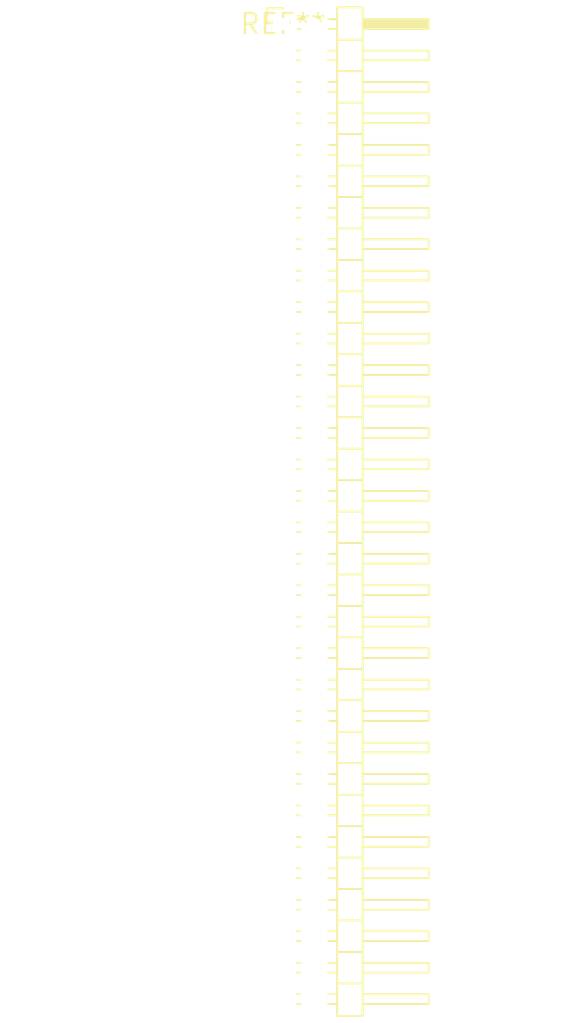
<source format=kicad_pcb>
(kicad_pcb (version 20240108) (generator pcbnew)
  (layers (0 "F.Cu" signal) (31 "B.Cu" signal) (34 "B.Paste" user) (35 "F.Paste" user) (36 "B.SilkS" user "B.Silkscreen") (37 "F.SilkS" user "F.Silkscreen") (38 "B.Mask" user) (39 "F.Mask" user) (44 "Edge.Cuts" user))
  (net 0 "")
  (footprint "PinHeader_2x32_P2.00mm_Horizontal" (layer "F.Cu") (at 0 0)
    (property "Reference" "REF**")
    (property "Value" "PinHeader_2x32_P2.00mm_Horizontal")
    (fp_line (start -1 -1) (end 0 -1) (layer "F.SilkS") (stroke (width 0.12)))
    (fp_line (start -1 0) (end -1 -1) (layer "F.SilkS") (stroke (width 0.12)))
    (fp_line (start 0.882114 1.69) (end 1.117886 1.69) (layer "F.SilkS") (stroke (width 0.12)))
    (fp_line (start 0.882114 2.31) (end 1.117886 2.31) (layer "F.SilkS") (stroke (width 0.12)))
    (fp_line (start 0.882114 3.69) (end 1.117886 3.69) (layer "F.SilkS") (stroke (width 0.12)))
    (fp_line (start 0.882114 4.31) (end 1.117886 4.31) (layer "F.SilkS") (stroke (width 0.12)))
    (fp_line (start 0.882114 5.69) (end 1.117886 5.69) (layer "F.SilkS") (stroke (width 0.12)))
    (fp_line (start 0.882114 6.31) (end 1.117886 6.31) (layer "F.SilkS") (stroke (width 0.12)))
    (fp_line (start 0.882114 7.69) (end 1.117886 7.69) (layer "F.SilkS") (stroke (width 0.12)))
    (fp_line (start 0.882114 8.31) (end 1.117886 8.31) (layer "F.SilkS") (stroke (width 0.12)))
    (fp_line (start 0.882114 9.69) (end 1.117886 9.69) (layer "F.SilkS") (stroke (width 0.12)))
    (fp_line (start 0.882114 10.31) (end 1.117886 10.31) (layer "F.SilkS") (stroke (width 0.12)))
    (fp_line (start 0.882114 11.69) (end 1.117886 11.69) (layer "F.SilkS") (stroke (width 0.12)))
    (fp_line (start 0.882114 12.31) (end 1.117886 12.31) (layer "F.SilkS") (stroke (width 0.12)))
    (fp_line (start 0.882114 13.69) (end 1.117886 13.69) (layer "F.SilkS") (stroke (width 0.12)))
    (fp_line (start 0.882114 14.31) (end 1.117886 14.31) (layer "F.SilkS") (stroke (width 0.12)))
    (fp_line (start 0.882114 15.69) (end 1.117886 15.69) (layer "F.SilkS") (stroke (width 0.12)))
    (fp_line (start 0.882114 16.31) (end 1.117886 16.31) (layer "F.SilkS") (stroke (width 0.12)))
    (fp_line (start 0.882114 17.69) (end 1.117886 17.69) (layer "F.SilkS") (stroke (width 0.12)))
    (fp_line (start 0.882114 18.31) (end 1.117886 18.31) (layer "F.SilkS") (stroke (width 0.12)))
    (fp_line (start 0.882114 19.69) (end 1.117886 19.69) (layer "F.SilkS") (stroke (width 0.12)))
    (fp_line (start 0.882114 20.31) (end 1.117886 20.31) (layer "F.SilkS") (stroke (width 0.12)))
    (fp_line (start 0.882114 21.69) (end 1.117886 21.69) (layer "F.SilkS") (stroke (width 0.12)))
    (fp_line (start 0.882114 22.31) (end 1.117886 22.31) (layer "F.SilkS") (stroke (width 0.12)))
    (fp_line (start 0.882114 23.69) (end 1.117886 23.69) (layer "F.SilkS") (stroke (width 0.12)))
    (fp_line (start 0.882114 24.31) (end 1.117886 24.31) (layer "F.SilkS") (stroke (width 0.12)))
    (fp_line (start 0.882114 25.69) (end 1.117886 25.69) (layer "F.SilkS") (stroke (width 0.12)))
    (fp_line (start 0.882114 26.31) (end 1.117886 26.31) (layer "F.SilkS") (stroke (width 0.12)))
    (fp_line (start 0.882114 27.69) (end 1.117886 27.69) (layer "F.SilkS") (stroke (width 0.12)))
    (fp_line (start 0.882114 28.31) (end 1.117886 28.31) (layer "F.SilkS") (stroke (width 0.12)))
    (fp_line (start 0.882114 29.69) (end 1.117886 29.69) (layer "F.SilkS") (stroke (width 0.12)))
    (fp_line (start 0.882114 30.31) (end 1.117886 30.31) (layer "F.SilkS") (stroke (width 0.12)))
    (fp_line (start 0.882114 31.69) (end 1.117886 31.69) (layer "F.SilkS") (stroke (width 0.12)))
    (fp_line (start 0.882114 32.31) (end 1.117886 32.31) (layer "F.SilkS") (stroke (width 0.12)))
    (fp_line (start 0.882114 33.69) (end 1.117886 33.69) (layer "F.SilkS") (stroke (width 0.12)))
    (fp_line (start 0.882114 34.31) (end 1.117886 34.31) (layer "F.SilkS") (stroke (width 0.12)))
    (fp_line (start 0.882114 35.69) (end 1.117886 35.69) (layer "F.SilkS") (stroke (width 0.12)))
    (fp_line (start 0.882114 36.31) (end 1.117886 36.31) (layer "F.SilkS") (stroke (width 0.12)))
    (fp_line (start 0.882114 37.69) (end 1.117886 37.69) (layer "F.SilkS") (stroke (width 0.12)))
    (fp_line (start 0.882114 38.31) (end 1.117886 38.31) (layer "F.SilkS") (stroke (width 0.12)))
    (fp_line (start 0.882114 39.69) (end 1.117886 39.69) (layer "F.SilkS") (stroke (width 0.12)))
    (fp_line (start 0.882114 40.31) (end 1.117886 40.31) (layer "F.SilkS") (stroke (width 0.12)))
    (fp_line (start 0.882114 41.69) (end 1.117886 41.69) (layer "F.SilkS") (stroke (width 0.12)))
    (fp_line (start 0.882114 42.31) (end 1.117886 42.31) (layer "F.SilkS") (stroke (width 0.12)))
    (fp_line (start 0.882114 43.69) (end 1.117886 43.69) (layer "F.SilkS") (stroke (width 0.12)))
    (fp_line (start 0.882114 44.31) (end 1.117886 44.31) (layer "F.SilkS") (stroke (width 0.12)))
    (fp_line (start 0.882114 45.69) (end 1.117886 45.69) (layer "F.SilkS") (stroke (width 0.12)))
    (fp_line (start 0.882114 46.31) (end 1.117886 46.31) (layer "F.SilkS") (stroke (width 0.12)))
    (fp_line (start 0.882114 47.69) (end 1.117886 47.69) (layer "F.SilkS") (stroke (width 0.12)))
    (fp_line (start 0.882114 48.31) (end 1.117886 48.31) (layer "F.SilkS") (stroke (width 0.12)))
    (fp_line (start 0.882114 49.69) (end 1.117886 49.69) (layer "F.SilkS") (stroke (width 0.12)))
    (fp_line (start 0.882114 50.31) (end 1.117886 50.31) (layer "F.SilkS") (stroke (width 0.12)))
    (fp_line (start 0.882114 51.69) (end 1.117886 51.69) (layer "F.SilkS") (stroke (width 0.12)))
    (fp_line (start 0.882114 52.31) (end 1.117886 52.31) (layer "F.SilkS") (stroke (width 0.12)))
    (fp_line (start 0.882114 53.69) (end 1.117886 53.69) (layer "F.SilkS") (stroke (width 0.12)))
    (fp_line (start 0.882114 54.31) (end 1.117886 54.31) (layer "F.SilkS") (stroke (width 0.12)))
    (fp_line (start 0.882114 55.69) (end 1.117886 55.69) (layer "F.SilkS") (stroke (width 0.12)))
    (fp_line (start 0.882114 56.31) (end 1.117886 56.31) (layer "F.SilkS") (stroke (width 0.12)))
    (fp_line (start 0.882114 57.69) (end 1.117886 57.69) (layer "F.SilkS") (stroke (width 0.12)))
    (fp_line (start 0.882114 58.31) (end 1.117886 58.31) (layer "F.SilkS") (stroke (width 0.12)))
    (fp_line (start 0.882114 59.69) (end 1.117886 59.69) (layer "F.SilkS") (stroke (width 0.12)))
    (fp_line (start 0.882114 60.31) (end 1.117886 60.31) (layer "F.SilkS") (stroke (width 0.12)))
    (fp_line (start 0.882114 61.69) (end 1.117886 61.69) (layer "F.SilkS") (stroke (width 0.12)))
    (fp_line (start 0.882114 62.31) (end 1.117886 62.31) (layer "F.SilkS") (stroke (width 0.12)))
    (fp_line (start 0.935 -0.31) (end 1.117886 -0.31) (layer "F.SilkS") (stroke (width 0.12)))
    (fp_line (start 0.935 0.31) (end 1.117886 0.31) (layer "F.SilkS") (stroke (width 0.12)))
    (fp_line (start 2.882114 -0.31) (end 3.44 -0.31) (layer "F.SilkS") (stroke (width 0.12)))
    (fp_line (start 2.882114 0.31) (end 3.44 0.31) (layer "F.SilkS") (stroke (width 0.12)))
    (fp_line (start 2.882114 1.69) (end 3.44 1.69) (layer "F.SilkS") (stroke (width 0.12)))
    (fp_line (start 2.882114 2.31) (end 3.44 2.31) (layer "F.SilkS") (stroke (width 0.12)))
    (fp_line (start 2.882114 3.69) (end 3.44 3.69) (layer "F.SilkS") (stroke (width 0.12)))
    (fp_line (start 2.882114 4.31) (end 3.44 4.31) (layer "F.SilkS") (stroke (width 0.12)))
    (fp_line (start 2.882114 5.69) (end 3.44 5.69) (layer "F.SilkS") (stroke (width 0.12)))
    (fp_line (start 2.882114 6.31) (end 3.44 6.31) (layer "F.SilkS") (stroke (width 0.12)))
    (fp_line (start 2.882114 7.69) (end 3.44 7.69) (layer "F.SilkS") (stroke (width 0.12)))
    (fp_line (start 2.882114 8.31) (end 3.44 8.31) (layer "F.SilkS") (stroke (width 0.12)))
    (fp_line (start 2.882114 9.69) (end 3.44 9.69) (layer "F.SilkS") (stroke (width 0.12)))
    (fp_line (start 2.882114 10.31) (end 3.44 10.31) (layer "F.SilkS") (stroke (width 0.12)))
    (fp_line (start 2.882114 11.69) (end 3.44 11.69) (layer "F.SilkS") (stroke (width 0.12)))
    (fp_line (start 2.882114 12.31) (end 3.44 12.31) (layer "F.SilkS") (stroke (width 0.12)))
    (fp_line (start 2.882114 13.69) (end 3.44 13.69) (layer "F.SilkS") (stroke (width 0.12)))
    (fp_line (start 2.882114 14.31) (end 3.44 14.31) (layer "F.SilkS") (stroke (width 0.12)))
    (fp_line (start 2.882114 15.69) (end 3.44 15.69) (layer "F.SilkS") (stroke (width 0.12)))
    (fp_line (start 2.882114 16.31) (end 3.44 16.31) (layer "F.SilkS") (stroke (width 0.12)))
    (fp_line (start 2.882114 17.69) (end 3.44 17.69) (layer "F.SilkS") (stroke (width 0.12)))
    (fp_line (start 2.882114 18.31) (end 3.44 18.31) (layer "F.SilkS") (stroke (width 0.12)))
    (fp_line (start 2.882114 19.69) (end 3.44 19.69) (layer "F.SilkS") (stroke (width 0.12)))
    (fp_line (start 2.882114 20.31) (end 3.44 20.31) (layer "F.SilkS") (stroke (width 0.12)))
    (fp_line (start 2.882114 21.69) (end 3.44 21.69) (layer "F.SilkS") (stroke (width 0.12)))
    (fp_line (start 2.882114 22.31) (end 3.44 22.31) (layer "F.SilkS") (stroke (width 0.12)))
    (fp_line (start 2.882114 23.69) (end 3.44 23.69) (layer "F.SilkS") (stroke (width 0.12)))
    (fp_line (start 2.882114 24.31) (end 3.44 24.31) (layer "F.SilkS") (stroke (width 0.12)))
    (fp_line (start 2.882114 25.69) (end 3.44 25.69) (layer "F.SilkS") (stroke (width 0.12)))
    (fp_line (start 2.882114 26.31) (end 3.44 26.31) (layer "F.SilkS") (stroke (width 0.12)))
    (fp_line (start 2.882114 27.69) (end 3.44 27.69) (layer "F.SilkS") (stroke (width 0.12)))
    (fp_line (start 2.882114 28.31) (end 3.44 28.31) (layer "F.SilkS") (stroke (width 0.12)))
    (fp_line (start 2.882114 29.69) (end 3.44 29.69) (layer "F.SilkS") (stroke (width 0.12)))
    (fp_line (start 2.882114 30.31) (end 3.44 30.31) (layer "F.SilkS") (stroke (width 0.12)))
    (fp_line (start 2.882114 31.69) (end 3.44 31.69) (layer "F.SilkS") (stroke (width 0.12)))
    (fp_line (start 2.882114 32.31) (end 3.44 32.31) (layer "F.SilkS") (stroke (width 0.12)))
    (fp_line (start 2.882114 33.69) (end 3.44 33.69) (layer "F.SilkS") (stroke (width 0.12)))
    (fp_line (start 2.882114 34.31) (end 3.44 34.31) (layer "F.SilkS") (stroke (width 0.12)))
    (fp_line (start 2.882114 35.69) (end 3.44 35.69) (layer "F.SilkS") (stroke (width 0.12)))
    (fp_line (start 2.882114 36.31) (end 3.44 36.31) (layer "F.SilkS") (stroke (width 0.12)))
    (fp_line (start 2.882114 37.69) (end 3.44 37.69) (layer "F.SilkS") (stroke (width 0.12)))
    (fp_line (start 2.882114 38.31) (end 3.44 38.31) (layer "F.SilkS") (stroke (width 0.12)))
    (fp_line (start 2.882114 39.69) (end 3.44 39.69) (layer "F.SilkS") (stroke (width 0.12)))
    (fp_line (start 2.882114 40.31) (end 3.44 40.31) (layer "F.SilkS") (stroke (width 0.12)))
    (fp_line (start 2.882114 41.69) (end 3.44 41.69) (layer "F.SilkS") (stroke (width 0.12)))
    (fp_line (start 2.882114 42.31) (end 3.44 42.31) (layer "F.SilkS") (stroke (width 0.12)))
    (fp_line (start 2.882114 43.69) (end 3.44 43.69) (layer "F.SilkS") (stroke (width 0.12)))
    (fp_line (start 2.882114 44.31) (end 3.44 44.31) (layer "F.SilkS") (stroke (width 0.12)))
    (fp_line (start 2.882114 45.69) (end 3.44 45.69) (layer "F.SilkS") (stroke (width 0.12)))
    (fp_line (start 2.882114 46.31) (end 3.44 46.31) (layer "F.SilkS") (stroke (width 0.12)))
    (fp_line (start 2.882114 47.69) (end 3.44 47.69) (layer "F.SilkS") (stroke (width 0.12)))
    (fp_line (start 2.882114 48.31) (end 3.44 48.31) (layer "F.SilkS") (stroke (width 0.12)))
    (fp_line (start 2.882114 49.69) (end 3.44 49.69) (layer "F.SilkS") (stroke (width 0.12)))
    (fp_line (start 2.882114 50.31) (end 3.44 50.31) (layer "F.SilkS") (stroke (width 0.12)))
    (fp_line (start 2.882114 51.69) (end 3.44 51.69) (layer "F.SilkS") (stroke (width 0.12)))
    (fp_line (start 2.882114 52.31) (end 3.44 52.31) (layer "F.SilkS") (stroke (width 0.12)))
    (fp_line (start 2.882114 53.69) (end 3.44 53.69) (layer "F.SilkS") (stroke (width 0.12)))
    (fp_line (start 2.882114 54.31) (end 3.44 54.31) (layer "F.SilkS") (stroke (width 0.12)))
    (fp_line (start 2.882114 55.69) (end 3.44 55.69) (layer "F.SilkS") (stroke (width 0.12)))
    (fp_line (start 2.882114 56.31) (end 3.44 56.31) (layer "F.SilkS") (stroke (width 0.12)))
    (fp_line (start 2.882114 57.69) (end 3.44 57.69) (layer "F.SilkS") (stroke (width 0.12)))
    (fp_line (start 2.882114 58.31) (end 3.44 58.31) (layer "F.SilkS") (stroke (width 0.12)))
    (fp_line (start 2.882114 59.69) (end 3.44 59.69) (layer "F.SilkS") (stroke (width 0.12)))
    (fp_line (start 2.882114 60.31) (end 3.44 60.31) (layer "F.SilkS") (stroke (width 0.12)))
    (fp_line (start 2.882114 61.69) (end 3.44 61.69) (layer "F.SilkS") (stroke (width 0.12)))
    (fp_line (start 2.882114 62.31) (end 3.44 62.31) (layer "F.SilkS") (stroke (width 0.12)))
    (fp_line (start 3.44 -1.06) (end 3.44 63.06) (layer "F.SilkS") (stroke (width 0.12)))
    (fp_line (start 3.44 1) (end 5.06 1) (layer "F.SilkS") (stroke (width 0.12)))
    (fp_line (start 3.44 3) (end 5.06 3) (layer "F.SilkS") (stroke (width 0.12)))
    (fp_line (start 3.44 5) (end 5.06 5) (layer "F.SilkS") (stroke (width 0.12)))
    (fp_line (start 3.44 7) (end 5.06 7) (layer "F.SilkS") (stroke (width 0.12)))
    (fp_line (start 3.44 9) (end 5.06 9) (layer "F.SilkS") (stroke (width 0.12)))
    (fp_line (start 3.44 11) (end 5.06 11) (layer "F.SilkS") (stroke (width 0.12)))
    (fp_line (start 3.44 13) (end 5.06 13) (layer "F.SilkS") (stroke (width 0.12)))
    (fp_line (start 3.44 15) (end 5.06 15) (layer "F.SilkS") (stroke (width 0.12)))
    (fp_line (start 3.44 17) (end 5.06 17) (layer "F.SilkS") (stroke (width 0.12)))
    (fp_line (start 3.44 19) (end 5.06 19) (layer "F.SilkS") (stroke (width 0.12)))
    (fp_line (start 3.44 21) (end 5.06 21) (layer "F.SilkS") (stroke (width 0.12)))
    (fp_line (start 3.44 23) (end 5.06 23) (layer "F.SilkS") (stroke (width 0.12)))
    (fp_line (start 3.44 25) (end 5.06 25) (layer "F.SilkS") (stroke (width 0.12)))
    (fp_line (start 3.44 27) (end 5.06 27) (layer "F.SilkS") (stroke (width 0.12)))
    (fp_line (start 3.44 29) (end 5.06 29) (layer "F.SilkS") (stroke (width 0.12)))
    (fp_line (start 3.44 31) (end 5.06 31) (layer "F.SilkS") (stroke (width 0.12)))
    (fp_line (start 3.44 33) (end 5.06 33) (layer "F.SilkS") (stroke (width 0.12)))
    (fp_line (start 3.44 35) (end 5.06 35) (layer "F.SilkS") (stroke (width 0.12)))
    (fp_line (start 3.44 37) (end 5.06 37) (layer "F.SilkS") (stroke (width 0.12)))
    (fp_line (start 3.44 39) (end 5.06 39) (layer "F.SilkS") (stroke (width 0.12)))
    (fp_line (start 3.44 41) (end 5.06 41) (layer "F.SilkS") (stroke (width 0.12)))
    (fp_line (start 3.44 43) (end 5.06 43) (layer "F.SilkS") (stroke (width 0.12)))
    (fp_line (start 3.44 45) (end 5.06 45) (layer "F.SilkS") (stroke (width 0.12)))
    (fp_line (start 3.44 47) (end 5.06 47) (layer "F.SilkS") (stroke (width 0.12)))
    (fp_line (start 3.44 49) (end 5.06 49) (layer "F.SilkS") (stroke (width 0.12)))
    (fp_line (start 3.44 51) (end 5.06 51) (layer "F.SilkS") (stroke (width 0.12)))
    (fp_line (start 3.44 53) (end 5.06 53) (layer "F.SilkS") (stroke (width 0.12)))
    (fp_line (start 3.44 55) (end 5.06 55) (layer "F.SilkS") (stroke (width 0.12)))
    (fp_line (start 3.44 57) (end 5.06 57) (layer "F.SilkS") (stroke (width 0.12)))
    (fp_line (start 3.44 59) (end 5.06 59) (layer "F.SilkS") (stroke (width 0.12)))
    (fp_line (start 3.44 61) (end 5.06 61) (layer "F.SilkS") (stroke (width 0.12)))
    (fp_line (start 3.44 63.06) (end 5.06 63.06) (layer "F.SilkS") (stroke (width 0.12)))
    (fp_line (start 5.06 -1.06) (end 3.44 -1.06) (layer "F.SilkS") (stroke (width 0.12)))
    (fp_line (start 5.06 -0.31) (end 9.26 -0.31) (layer "F.SilkS") (stroke (width 0.12)))
    (fp_line (start 5.06 -0.25) (end 9.26 -0.25) (layer "F.SilkS") (stroke (width 0.12)))
    (fp_line (start 5.06 -0.13) (end 9.26 -0.13) (layer "F.SilkS") (stroke (width 0.12)))
    (fp_line (start 5.06 -0.01) (end 9.26 -0.01) (layer "F.SilkS") (stroke (width 0.12)))
    (fp_line (start 5.06 0.11) (end 9.26 0.11) (layer "F.SilkS") (stroke (width 0.12)))
    (fp_line (start 5.06 0.23) (end 9.26 0.23) (layer "F.SilkS") (stroke (width 0.12)))
    (fp_line (start 5.06 1.69) (end 9.26 1.69) (layer "F.SilkS") (stroke (width 0.12)))
    (fp_line (start 5.06 3.69) (end 9.26 3.69) (layer "F.SilkS") (stroke (width 0.12)))
    (fp_line (start 5.06 5.69) (end 9.26 5.69) (layer "F.SilkS") (stroke (width 0.12)))
    (fp_line (start 5.06 7.69) (end 9.26 7.69) (layer "F.SilkS") (stroke (width 0.12)))
    (fp_line (start 5.06 9.69) (end 9.26 9.69) (layer "F.SilkS") (stroke (width 0.12)))
    (fp_line (start 5.06 11.69) (end 9.26 11.69) (layer "F.SilkS") (stroke (width 0.12)))
    (fp_line (start 5.06 13.69) (end 9.26 13.69) (layer "F.SilkS") (stroke (width 0.12)))
    (fp_line (start 5.06 15.69) (end 9.26 15.69) (layer "F.SilkS") (stroke (width 0.12)))
    (fp_line (start 5.06 17.69) (end 9.26 17.69) (layer "F.SilkS") (stroke (width 0.12)))
    (fp_line (start 5.06 19.69) (end 9.26 19.69) (layer "F.SilkS") (stroke (width 0.12)))
    (fp_line (start 5.06 21.69) (end 9.26 21.69) (layer "F.SilkS") (stroke (width 0.12)))
    (fp_line (start 5.06 23.69) (end 9.26 23.69) (layer "F.SilkS") (stroke (width 0.12)))
    (fp_line (start 5.06 25.69) (end 9.26 25.69) (layer "F.SilkS") (stroke (width 0.12)))
    (fp_line (start 5.06 27.69) (end 9.26 27.69) (layer "F.SilkS") (stroke (width 0.12)))
    (fp_line (start 5.06 29.69) (end 9.26 29.69) (layer "F.SilkS") (stroke (width 0.12)))
    (fp_line (start 5.06 31.69) (end 9.26 31.69) (layer "F.SilkS") (stroke (width 0.12)))
    (fp_line (start 5.06 33.69) (end 9.26 33.69) (layer "F.SilkS") (stroke (width 0.12)))
    (fp_line (start 5.06 35.69) (end 9.26 35.69) (layer "F.SilkS") (stroke (width 0.12)))
    (fp_line (start 5.06 37.69) (end 9.26 37.69) (layer "F.SilkS") (stroke (width 0.12)))
    (fp_line (start 5.06 39.69) (end 9.26 39.69) (layer "F.SilkS") (stroke (width 0.12)))
    (fp_line (start 5.06 41.69) (end 9.26 41.69) (layer "F.SilkS") (stroke (width 0.12)))
    (fp_line (start 5.06 43.69) (end 9.26 43.69) (layer "F.SilkS") (stroke (width 0.12)))
    (fp_line (start 5.06 45.69) (end 9.26 45.69) (layer "F.SilkS") (stroke (width 0.12)))
    (fp_line (start 5.06 47.69) (end 9.26 47.69) (layer "F.SilkS") (stroke (width 0.12)))
    (fp_line (start 5.06 49.69) (end 9.26 49.69) (layer "F.SilkS") (stroke (width 0.12)))
    (fp_line (start 5.06 51.69) (end 9.26 51.69) (layer "F.SilkS") (stroke (width 0.12)))
    (fp_line (start 5.06 53.69) (end 9.26 53.69) (layer "F.SilkS") (stroke (width 0.12)))
    (fp_line (start 5.06 55.69) (end 9.26 55.69) (layer "F.SilkS") (stroke (width 0.12)))
    (fp_line (start 5.06 57.69) (end 9.26 57.69) (layer "F.SilkS") (stroke (width 0.12)))
    (fp_line (start 5.06 59.69) (end 9.26 59.69) (layer "F.SilkS") (stroke (width 0.12)))
    (fp_line (start 5.06 61.69) (end 9.26 61.69) (layer "F.SilkS") (stroke (width 0.12)))
    (fp_line (start 5.06 63.06) (end 5.06 -1.06) (layer "F.SilkS") (stroke (width 0.12)))
    (fp_line (start 9.26 -0.31) (end 9.26 0.31) (layer "F.SilkS") (stroke (width 0.12)))
    (fp_line (start 9.26 0.31) (end 5.06 0.31) (layer "F.SilkS") (stroke (width 0.12)))
    (fp_line (start 9.26 1.69) (end 9.26 2.31) (layer "F.SilkS") (stroke (width 0.12)))
    (fp_line (start 9.26 2.31) (end 5.06 2.31) (layer "F.SilkS") (stroke (width 0.12)))
    (fp_line (start 9.26 3.69) (end 9.26 4.31) (layer "F.SilkS") (stroke (width 0.12)))
    (fp_line (start 9.26 4.31) (end 5.06 4.31) (layer "F.SilkS") (stroke (width 0.12)))
    (fp_line (start 9.26 5.69) (end 9.26 6.31) (layer "F.SilkS") (stroke (width 0.12)))
    (fp_line (start 9.26 6.31) (end 5.06 6.31) (layer "F.SilkS") (stroke (width 0.12)))
    (fp_line (start 9.26 7.69) (end 9.26 8.31) (layer "F.SilkS") (stroke (width 0.12)))
    (fp_line (start 9.26 8.31) (end 5.06 8.31) (layer "F.SilkS") (stroke (width 0.12)))
    (fp_line (start 9.26 9.69) (end 9.26 10.31) (layer "F.SilkS") (stroke (width 0.12)))
    (fp_line (start 9.26 10.31) (end 5.06 10.31) (layer "F.SilkS") (stroke (width 0.12)))
    (fp_line (start 9.26 11.69) (end 9.26 12.31) (layer "F.SilkS") (stroke (width 0.12)))
    (fp_line (start 9.26 12.31) (end 5.06 12.31) (layer "F.SilkS") (stroke (width 0.12)))
    (fp_line (start 9.26 13.69) (end 9.26 14.31) (layer "F.SilkS") (stroke (width 0.12)))
    (fp_line (start 9.26 14.31) (end 5.06 14.31) (layer "F.SilkS") (stroke (width 0.12)))
    (fp_line (start 9.26 15.69) (end 9.26 16.31) (layer "F.SilkS") (stroke (width 0.12)))
    (fp_line (start 9.26 16.31) (end 5.06 16.31) (layer "F.SilkS") (stroke (width 0.12)))
    (fp_line (start 9.26 17.69) (end 9.26 18.31) (layer "F.SilkS") (stroke (width 0.12)))
    (fp_line (start 9.26 18.31) (end 5.06 18.31) (layer "F.SilkS") (stroke (width 0.12)))
    (fp_line (start 9.26 19.69) (end 9.26 20.31) (layer "F.SilkS") (stroke (width 0.12)))
    (fp_line (start 9.26 20.31) (end 5.06 20.31) (layer "F.SilkS") (stroke (width 0.12)))
    (fp_line (start 9.26 21.69) (end 9.26 22.31) (layer "F.SilkS") (stroke (width 0.12)))
    (fp_line (start 9.26 22.31) (end 5.06 22.31) (layer "F.SilkS") (stroke (width 0.12)))
    (fp_line (start 9.26 23.69) (end 9.26 24.31) (layer "F.SilkS") (stroke (width 0.12)))
    (fp_line (start 9.26 24.31) (end 5.06 24.31) (layer "F.SilkS") (stroke (width 0.12)))
    (fp_line (start 9.26 25.69) (end 9.26 26.31) (layer "F.SilkS") (stroke (width 0.12)))
    (fp_line (start 9.26 26.31) (end 5.06 26.31) (layer "F.SilkS") (stroke (width 0.12)))
    (fp_line (start 9.26 27.69) (end 9.26 28.31) (layer "F.SilkS") (stroke (width 0.12)))
    (fp_line (start 9.26 28.31) (end 5.06 28.31) (layer "F.SilkS") (stroke (width 0.12)))
    (fp_line (start 9.26 29.69) (end 9.26 30.31) (layer "F.SilkS") (stroke (width 0.12)))
    (fp_line (start 9.26 30.31) (end 5.06 30.31) (layer "F.SilkS") (stroke (width 0.12)))
    (fp_line (start 9.26 31.69) (end 9.26 32.31) (layer "F.SilkS") (stroke (width 0.12)))
    (fp_line (start 9.26 32.31) (end 5.06 32.31) (layer "F.SilkS") (stroke (width 0.12)))
    (fp_line (start 9.26 33.69) (end 9.26 34.31) (layer "F.SilkS") (stroke (width 0.12)))
    (fp_line (start 9.26 34.31) (end 5.06 34.31) (layer "F.SilkS") (stroke (width 0.12)))
    (fp_line (start 9.26 35.69) (end 9.26 36.31) (layer "F.SilkS") (stroke (width 0.12)))
    (fp_line (start 9.26 36.31) (end 5.06 36.31) (layer "F.SilkS") (stroke (width 0.12)))
    (fp_line (start 9.26 37.69) (end 9.26 38.31) (layer "F.SilkS") (stroke (width 0.12)))
    (fp_line (start 9.26 38.31) (end 5.06 38.31) (layer "F.SilkS") (stroke (width 0.12)))
    (fp_line (start 9.26 39.69) (end 9.26 40.31) (layer "F.SilkS") (stroke (width 0.12)))
    (fp_line (start 9.26 40.31) (end 5.06 40.31) (layer "F.SilkS") (stroke (width 0.12)))
    (fp_line (start 9.26 41.69) (end 9.26 42.31) (layer "F.SilkS") (stroke (width 0.12)))
    (fp_line (start 9.26 42.31) (end 5.06 42.31) (layer "F.SilkS") (stroke (width 0.12)))
    (fp_line (start 9.26 43.69) (end 9.26 44.31) (layer "F.SilkS") (stroke (width 0.12)))
    (fp_line (start 9.26 44.31) (end 5.06 44.31) (layer "F.SilkS") (stroke (width 0.12)))
    (fp_line (start 9.26 45.69) (end 9.26 46.31) (layer "F.SilkS") (stroke (width 0.12)))
    (fp_line (start 9.26 46.31) (end 5.06 46.31) (layer "F.SilkS") (stroke (width 0.12)))
    (fp_line (start 9.26 47.69) (end 9.26 48.31) (layer "F.SilkS") (stroke (width 0.12)))
    (fp_line (start 9.26 48.31) (end 5.06 48.31) (layer "F.SilkS") (stroke (width 0.12)))
    (fp_line (start 9.26 49.69) (end 9.26 50.31) (layer "F.SilkS") (stroke (width 0.12)))
    (fp_line (start 9.26 50.31) (end 5.06 50.31) (layer "F.SilkS") (stroke (width 0.12)))
    (fp_line (start 9.26 51.69) (end 9.26 52.31) (layer "F.SilkS") (stroke (width 0.12)))
    (fp_line (start 9.26 52.31) (end 5.06 52.31) (layer "F.SilkS") (stroke (width 0.12)))
    (fp_line (start 9.26 53.69) (end 9.26 54.31) (layer "F.SilkS") (stroke (width 0.12)))
    (fp_line (start 9.26 54.31) (end 5.06 54.31) (layer "F.SilkS") (stroke (width 0.12)))
    (fp_line (start 9.26 55.69) (end 9.26 56.31) (layer "F.SilkS") (stroke (width 0.12)))
    (fp_line (start 9.26 56.31) (end 5.06 56.31) (layer "F.SilkS") (stroke (width 0.12)))
    (fp_line (start 9.26 57.69) (end 9.26 58.31) (layer "F.SilkS") (stroke (width 0.12)))
    (fp_line (start 9.26 58.31) (end 5.06 58.31) (layer "F.SilkS") (stroke (width 0.12)))
    (fp_line (start 9.26 59.69) (end 9.26 60.31) (layer "F.SilkS") (stroke (width 0.12)))
    (fp_line (start 9.26 60.31) (end 5.06 60.31) (layer "F.SilkS") (stroke (width 0.12)))
    (fp_line (start 9.26 61.69) (end 9.26 62.31) (layer "F.SilkS") (stroke (width 0.12)))
    (fp_line (start 9.26 62.31) (end 5.06 62.31) (layer "F.SilkS") (stroke (width 0.12)))
    (pad "1" thru_hole rect (at 0 0) (size 1.35 1.35) (drill 0.8) (layers *.Cu *.Mask) (remove_unused_layers))
    (pad "2" thru_hole oval (at 2 0) (size 1.35 1.35) (drill 0.8) (layers *.Cu *.Mask) (remove_unused_layers))
    (pad "3" thru_hole oval (at 0 2) (size 1.35 1.35) (drill 0.8) (layers *.Cu *.Mask) (remove_unused_layers))
    (pad "4" thru_hole oval (at 2 2) (size 1.35 1.35) (drill 0.8) (layers *.Cu *.Mask) (remove_unused_layers))
    (pad "5" thru_hole oval (at 0 4) (size 1.35 1.35) (drill 0.8) (layers *.Cu *.Mask) (remove_unused_layers))
    (pad "6" thru_hole oval (at 2 4) (size 1.35 1.35) (drill 0.8) (layers *.Cu *.Mask) (remove_unused_layers))
    (pad "7" thru_hole oval (at 0 6) (size 1.35 1.35) (drill 0.8) (layers *.Cu *.Mask) (remove_unused_layers))
    (pad "8" thru_hole oval (at 2 6) (size 1.35 1.35) (drill 0.8) (layers *.Cu *.Mask) (remove_unused_layers))
    (pad "9" thru_hole oval (at 0 8) (size 1.35 1.35) (drill 0.8) (layers *.Cu *.Mask) (remove_unused_layers))
    (pad "10" thru_hole oval (at 2 8) (size 1.35 1.35) (drill 0.8) (layers *.Cu *.Mask) (remove_unused_layers))
    (pad "11" thru_hole oval (at 0 10) (size 1.35 1.35) (drill 0.8) (layers *.Cu *.Mask) (remove_unused_layers))
    (pad "12" thru_hole oval (at 2 10) (size 1.35 1.35) (drill 0.8) (layers *.Cu *.Mask) (remove_unused_layers))
    (pad "13" thru_hole oval (at 0 12) (size 1.35 1.35) (drill 0.8) (layers *.Cu *.Mask) (remove_unused_layers))
    (pad "14" thru_hole oval (at 2 12) (size 1.35 1.35) (drill 0.8) (layers *.Cu *.Mask) (remove_unused_layers))
    (pad "15" thru_hole oval (at 0 14) (size 1.35 1.35) (drill 0.8) (layers *.Cu *.Mask) (remove_unused_layers))
    (pad "16" thru_hole oval (at 2 14) (size 1.35 1.35) (drill 0.8) (layers *.Cu *.Mask) (remove_unused_layers))
    (pad "17" thru_hole oval (at 0 16) (size 1.35 1.35) (drill 0.8) (layers *.Cu *.Mask) (remove_unused_layers))
    (pad "18" thru_hole oval (at 2 16) (size 1.35 1.35) (drill 0.8) (layers *.Cu *.Mask) (remove_unused_layers))
    (pad "19" thru_hole oval (at 0 18) (size 1.35 1.35) (drill 0.8) (layers *.Cu *.Mask) (remove_unused_layers))
    (pad "20" thru_hole oval (at 2 18) (size 1.35 1.35) (drill 0.8) (layers *.Cu *.Mask) (remove_unused_layers))
    (pad "21" thru_hole oval (at 0 20) (size 1.35 1.35) (drill 0.8) (layers *.Cu *.Mask) (remove_unused_layers))
    (pad "22" thru_hole oval (at 2 20) (size 1.35 1.35) (drill 0.8) (layers *.Cu *.Mask) (remove_unused_layers))
    (pad "23" thru_hole oval (at 0 22) (size 1.35 1.35) (drill 0.8) (layers *.Cu *.Mask) (remove_unused_layers))
    (pad "24" thru_hole oval (at 2 22) (size 1.35 1.35) (drill 0.8) (layers *.Cu *.Mask) (remove_unused_layers))
    (pad "25" thru_hole oval (at 0 24) (size 1.35 1.35) (drill 0.8) (layers *.Cu *.Mask) (remove_unused_layers))
    (pad "26" thru_hole oval (at 2 24) (size 1.35 1.35) (drill 0.8) (layers *.Cu *.Mask) (remove_unused_layers))
    (pad "27" thru_hole oval (at 0 26) (size 1.35 1.35) (drill 0.8) (layers *.Cu *.Mask) (remove_unused_layers))
    (pad "28" thru_hole oval (at 2 26) (size 1.35 1.35) (drill 0.8) (layers *.Cu *.Mask) (remove_unused_layers))
    (pad "29" thru_hole oval (at 0 28) (size 1.35 1.35) (drill 0.8) (layers *.Cu *.Mask) (remove_unused_layers))
    (pad "30" thru_hole oval (at 2 28) (size 1.35 1.35) (drill 0.8) (layers *.Cu *.Mask) (remove_unused_layers))
    (pad "31" thru_hole oval (at 0 30) (size 1.35 1.35) (drill 0.8) (layers *.Cu *.Mask) (remove_unused_layers))
    (pad "32" thru_hole oval (at 2 30) (size 1.35 1.35) (drill 0.8) (layers *.Cu *.Mask) (remove_unused_layers))
    (pad "33" thru_hole oval (at 0 32) (size 1.35 1.35) (drill 0.8) (layers *.Cu *.Mask) (remove_unused_layers))
    (pad "34" thru_hole oval (at 2 32) (size 1.35 1.35) (drill 0.8) (layers *.Cu *.Mask) (remove_unused_layers))
    (pad "35" thru_hole oval (at 0 34) (size 1.35 1.35) (drill 0.8) (layers *.Cu *.Mask) (remove_unused_layers))
    (pad "36" thru_hole oval (at 2 34) (size 1.35 1.35) (drill 0.8) (layers *.Cu *.Mask) (remove_unused_layers))
    (pad "37" thru_hole oval (at 0 36) (size 1.35 1.35) (drill 0.8) (layers *.Cu *.Mask) (remove_unused_layers))
    (pad "38" thru_hole oval (at 2 36) (size 1.35 1.35) (drill 0.8) (layers *.Cu *.Mask) (remove_unused_layers))
    (pad "39" thru_hole oval (at 0 38) (size 1.35 1.35) (drill 0.8) (layers *.Cu *.Mask) (remove_unused_layers))
    (pad "40" thru_hole oval (at 2 38) (size 1.35 1.35) (drill 0.8) (layers *.Cu *.Mask) (remove_unused_layers))
    (pad "41" thru_hole oval (at 0 40) (size 1.35 1.35) (drill 0.8) (layers *.Cu *.Mask) (remove_unused_layers))
    (pad "42" thru_hole oval (at 2 40) (size 1.35 1.35) (drill 0.8) (layers *.Cu *.Mask) (remove_unused_layers))
    (pad "43" thru_hole oval (at 0 42) (size 1.35 1.35) (drill 0.8) (layers *.Cu *.Mask) (remove_unused_layers))
    (pad "44" thru_hole oval (at 2 42) (size 1.35 1.35) (drill 0.8) (layers *.Cu *.Mask) (remove_unused_layers))
    (pad "45" thru_hole oval (at 0 44) (size 1.35 1.35) (drill 0.8) (layers *.Cu *.Mask) (remove_unused_layers))
    (pad "46" thru_hole oval (at 2 44) (size 1.35 1.35) (drill 0.8) (layers *.Cu *.Mask) (remove_unused_layers))
    (pad "47" thru_hole oval (at 0 46) (size 1.35 1.35) (drill 0.8) (layers *.Cu *.Mask) (remove_unused_layers))
    (pad "48" thru_hole oval (at 2 46) (size 1.35 1.35) (drill 0.8) (layers *.Cu *.Mask) (remove_unused_layers))
    (pad "49" thru_hole oval (at 0 48) (size 1.35 1.35) (drill 0.8) (layers *.Cu *.Mask) (remove_unused_layers))
    (pad "50" thru_hole oval (at 2 48) (size 1.35 1.35) (drill 0.8) (layers *.Cu *.Mask) (remove_unused_layers))
    (pad "51" thru_hole oval (at 0 50) (size 1.35 1.35) (drill 0.8) (layers *.Cu *.Mask) (remove_unused_layers))
    (pad "52" thru_hole oval (at 2 50) (size 1.35 1.35) (drill 0.8) (layers *.Cu *.Mask) (remove_unused_layers))
    (pad "53" thru_hole oval (at 0 52) (size 1.35 1.35) (drill 0.8) (layers *.Cu *.Mask) (remove_unused_layers))
    (pad "54" thru_hole oval (at 2 52) (size 1.35 1.35) (drill 0.8) (layers *.Cu *.Mask) (remove_unused_layers))
    (pad "55" thru_hole oval (at 0 54) (size 1.35 1.35) (drill 0.8) (layers *.Cu *.Mask) (remove_unused_layers))
    (pad "56" thru_hole oval (at 2 54) (size 1.35 1.35) (drill 0.8) (layers *.Cu *.Mask) (remove_unused_layers))
    (pad "57" thru_hole oval (at 0 56) (size 1.35 1.35) (drill 0.8) (layers *.Cu *.Mask) (remove_unused_layers))
    (pad "58" thru_hole oval (at 2 56) (size 1.35 1.35) (drill 0.8) (layers *.Cu *.Mask) (remove_unused_layers))
    (pad "59" thru_hole oval (at 0 58) (size 1.35 1.35) (drill 0.8) (layers *.Cu *.Mask) (remove_unused_layers))
    (pad "60" thru_hole oval (at 2 58) (size 1.35 1.35) (drill 0.8) (layers *.Cu *.Mask) (remove_unused_layers))
    (pad "61" thru_hole oval (at 0 60) (size 1.35 1.35) (drill 0.8) (layers *.Cu *.Mask) (remove_unused_layers))
    (pad "62" thru_hole oval (at 2 60) (size 1.35 1.35) (drill 0.8) (layers *.Cu *.Mask) (remove_unused_layers))
    (pad "63" thru_hole oval (at 0 62) (size 1.35 1.35) (drill 0.8) (layers *.Cu *.Mask) (remove_unused_layers))
    (pad "64" thru_hole oval (at 2 62) (size 1.35 1.35) (drill 0.8) (layers *.Cu *.Mask) (remove_unused_layers))
  )
)
</source>
